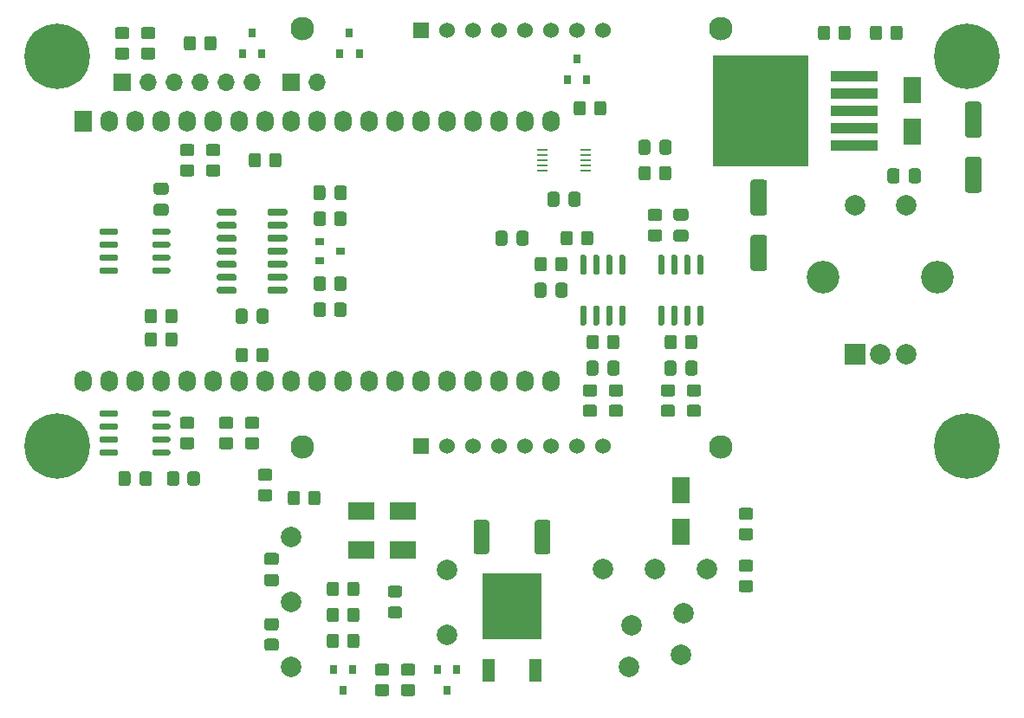
<source format=gbr>
G04 #@! TF.GenerationSoftware,KiCad,Pcbnew,(5.1.9)-1*
G04 #@! TF.CreationDate,2021-02-07T19:13:43+01:00*
G04 #@! TF.ProjectId,IoT12,496f5431-322e-46b6-9963-61645f706362,rev?*
G04 #@! TF.SameCoordinates,Original*
G04 #@! TF.FileFunction,Soldermask,Top*
G04 #@! TF.FilePolarity,Negative*
%FSLAX46Y46*%
G04 Gerber Fmt 4.6, Leading zero omitted, Abs format (unit mm)*
G04 Created by KiCad (PCBNEW (5.1.9)-1) date 2021-02-07 19:13:43*
%MOMM*%
%LPD*%
G01*
G04 APERTURE LIST*
%ADD10R,0.800000X0.900000*%
%ADD11R,1.100000X0.250000*%
%ADD12C,2.000000*%
%ADD13R,0.900000X0.800000*%
%ADD14R,2.500000X1.800000*%
%ADD15R,1.800000X2.500000*%
%ADD16C,0.800000*%
%ADD17C,6.400000*%
%ADD18R,2.000000X2.000000*%
%ADD19C,3.200000*%
%ADD20R,5.800000X6.400000*%
%ADD21R,1.200000X2.200000*%
%ADD22O,1.700000X1.700000*%
%ADD23R,1.700000X1.700000*%
%ADD24C,2.010000*%
%ADD25C,2.300000*%
%ADD26C,1.524000*%
%ADD27R,1.524000X1.524000*%
%ADD28R,9.400000X10.800000*%
%ADD29R,4.600000X1.100000*%
%ADD30O,1.700000X2.100000*%
%ADD31R,1.700000X2.100000*%
G04 APERTURE END LIST*
D10*
X-25400000Y23860000D03*
X-24450000Y21860000D03*
X-26350000Y21860000D03*
G36*
G01*
X-23945001Y-35325000D02*
X-23044999Y-35325000D01*
G75*
G02*
X-22795000Y-35574999I0J-249999D01*
G01*
X-22795000Y-36275001D01*
G75*
G02*
X-23044999Y-36525000I-249999J0D01*
G01*
X-23945001Y-36525000D01*
G75*
G02*
X-24195000Y-36275001I0J249999D01*
G01*
X-24195000Y-35574999D01*
G75*
G02*
X-23945001Y-35325000I249999J0D01*
G01*
G37*
G36*
G01*
X-23945001Y-33325000D02*
X-23044999Y-33325000D01*
G75*
G02*
X-22795000Y-33574999I0J-249999D01*
G01*
X-22795000Y-34275001D01*
G75*
G02*
X-23044999Y-34525000I-249999J0D01*
G01*
X-23945001Y-34525000D01*
G75*
G02*
X-24195000Y-34275001I0J249999D01*
G01*
X-24195000Y-33574999D01*
G75*
G02*
X-23945001Y-33325000I249999J0D01*
G01*
G37*
G36*
G01*
X-35130000Y4295000D02*
X-35130000Y4595000D01*
G75*
G02*
X-34980000Y4745000I150000J0D01*
G01*
X-33530000Y4745000D01*
G75*
G02*
X-33380000Y4595000I0J-150000D01*
G01*
X-33380000Y4295000D01*
G75*
G02*
X-33530000Y4145000I-150000J0D01*
G01*
X-34980000Y4145000D01*
G75*
G02*
X-35130000Y4295000I0J150000D01*
G01*
G37*
G36*
G01*
X-35130000Y3025000D02*
X-35130000Y3325000D01*
G75*
G02*
X-34980000Y3475000I150000J0D01*
G01*
X-33530000Y3475000D01*
G75*
G02*
X-33380000Y3325000I0J-150000D01*
G01*
X-33380000Y3025000D01*
G75*
G02*
X-33530000Y2875000I-150000J0D01*
G01*
X-34980000Y2875000D01*
G75*
G02*
X-35130000Y3025000I0J150000D01*
G01*
G37*
G36*
G01*
X-35130000Y1755000D02*
X-35130000Y2055000D01*
G75*
G02*
X-34980000Y2205000I150000J0D01*
G01*
X-33530000Y2205000D01*
G75*
G02*
X-33380000Y2055000I0J-150000D01*
G01*
X-33380000Y1755000D01*
G75*
G02*
X-33530000Y1605000I-150000J0D01*
G01*
X-34980000Y1605000D01*
G75*
G02*
X-35130000Y1755000I0J150000D01*
G01*
G37*
G36*
G01*
X-35130000Y485000D02*
X-35130000Y785000D01*
G75*
G02*
X-34980000Y935000I150000J0D01*
G01*
X-33530000Y935000D01*
G75*
G02*
X-33380000Y785000I0J-150000D01*
G01*
X-33380000Y485000D01*
G75*
G02*
X-33530000Y335000I-150000J0D01*
G01*
X-34980000Y335000D01*
G75*
G02*
X-35130000Y485000I0J150000D01*
G01*
G37*
G36*
G01*
X-40280000Y485000D02*
X-40280000Y785000D01*
G75*
G02*
X-40130000Y935000I150000J0D01*
G01*
X-38680000Y935000D01*
G75*
G02*
X-38530000Y785000I0J-150000D01*
G01*
X-38530000Y485000D01*
G75*
G02*
X-38680000Y335000I-150000J0D01*
G01*
X-40130000Y335000D01*
G75*
G02*
X-40280000Y485000I0J150000D01*
G01*
G37*
G36*
G01*
X-40280000Y1755000D02*
X-40280000Y2055000D01*
G75*
G02*
X-40130000Y2205000I150000J0D01*
G01*
X-38680000Y2205000D01*
G75*
G02*
X-38530000Y2055000I0J-150000D01*
G01*
X-38530000Y1755000D01*
G75*
G02*
X-38680000Y1605000I-150000J0D01*
G01*
X-40130000Y1605000D01*
G75*
G02*
X-40280000Y1755000I0J150000D01*
G01*
G37*
G36*
G01*
X-40280000Y3025000D02*
X-40280000Y3325000D01*
G75*
G02*
X-40130000Y3475000I150000J0D01*
G01*
X-38680000Y3475000D01*
G75*
G02*
X-38530000Y3325000I0J-150000D01*
G01*
X-38530000Y3025000D01*
G75*
G02*
X-38680000Y2875000I-150000J0D01*
G01*
X-40130000Y2875000D01*
G75*
G02*
X-40280000Y3025000I0J150000D01*
G01*
G37*
G36*
G01*
X-40280000Y4295000D02*
X-40280000Y4595000D01*
G75*
G02*
X-40130000Y4745000I150000J0D01*
G01*
X-38680000Y4745000D01*
G75*
G02*
X-38530000Y4595000I0J-150000D01*
G01*
X-38530000Y4295000D01*
G75*
G02*
X-38680000Y4145000I-150000J0D01*
G01*
X-40130000Y4145000D01*
G75*
G02*
X-40280000Y4295000I0J150000D01*
G01*
G37*
G36*
G01*
X-33815000Y8070000D02*
X-34765000Y8070000D01*
G75*
G02*
X-35015000Y8320000I0J250000D01*
G01*
X-35015000Y8995000D01*
G75*
G02*
X-34765000Y9245000I250000J0D01*
G01*
X-33815000Y9245000D01*
G75*
G02*
X-33565000Y8995000I0J-250000D01*
G01*
X-33565000Y8320000D01*
G75*
G02*
X-33815000Y8070000I-250000J0D01*
G01*
G37*
G36*
G01*
X-33815000Y5995000D02*
X-34765000Y5995000D01*
G75*
G02*
X-35015000Y6245000I0J250000D01*
G01*
X-35015000Y6920000D01*
G75*
G02*
X-34765000Y7170000I250000J0D01*
G01*
X-33815000Y7170000D01*
G75*
G02*
X-33565000Y6920000I0J-250000D01*
G01*
X-33565000Y6245000D01*
G75*
G02*
X-33815000Y5995000I-250000J0D01*
G01*
G37*
D11*
X2930000Y10430000D03*
X2930000Y10930000D03*
X2930000Y11430000D03*
X2930000Y11930000D03*
X2930000Y12430000D03*
X7230000Y12430000D03*
X7230000Y11930000D03*
X7230000Y11430000D03*
X7230000Y10930000D03*
X7230000Y10430000D03*
G36*
G01*
X-32200001Y11030000D02*
X-31299999Y11030000D01*
G75*
G02*
X-31050000Y10780001I0J-249999D01*
G01*
X-31050000Y10079999D01*
G75*
G02*
X-31299999Y9830000I-249999J0D01*
G01*
X-32200001Y9830000D01*
G75*
G02*
X-32450000Y10079999I0J249999D01*
G01*
X-32450000Y10780001D01*
G75*
G02*
X-32200001Y11030000I249999J0D01*
G01*
G37*
G36*
G01*
X-32200001Y13030000D02*
X-31299999Y13030000D01*
G75*
G02*
X-31050000Y12780001I0J-249999D01*
G01*
X-31050000Y12079999D01*
G75*
G02*
X-31299999Y11830000I-249999J0D01*
G01*
X-32200001Y11830000D01*
G75*
G02*
X-32450000Y12079999I0J249999D01*
G01*
X-32450000Y12780001D01*
G75*
G02*
X-32200001Y13030000I249999J0D01*
G01*
G37*
G36*
G01*
X-35109999Y23260000D02*
X-36010001Y23260000D01*
G75*
G02*
X-36260000Y23509999I0J249999D01*
G01*
X-36260000Y24210001D01*
G75*
G02*
X-36010001Y24460000I249999J0D01*
G01*
X-35109999Y24460000D01*
G75*
G02*
X-34860000Y24210001I0J-249999D01*
G01*
X-34860000Y23509999D01*
G75*
G02*
X-35109999Y23260000I-249999J0D01*
G01*
G37*
G36*
G01*
X-35109999Y21260000D02*
X-36010001Y21260000D01*
G75*
G02*
X-36260000Y21509999I0J249999D01*
G01*
X-36260000Y22210001D01*
G75*
G02*
X-36010001Y22460000I249999J0D01*
G01*
X-35109999Y22460000D01*
G75*
G02*
X-34860000Y22210001I0J-249999D01*
G01*
X-34860000Y21509999D01*
G75*
G02*
X-35109999Y21260000I-249999J0D01*
G01*
G37*
G36*
G01*
X-37649999Y23260000D02*
X-38550001Y23260000D01*
G75*
G02*
X-38800000Y23509999I0J249999D01*
G01*
X-38800000Y24210001D01*
G75*
G02*
X-38550001Y24460000I249999J0D01*
G01*
X-37649999Y24460000D01*
G75*
G02*
X-37400000Y24210001I0J-249999D01*
G01*
X-37400000Y23509999D01*
G75*
G02*
X-37649999Y23260000I-249999J0D01*
G01*
G37*
G36*
G01*
X-37649999Y21260000D02*
X-38550001Y21260000D01*
G75*
G02*
X-38800000Y21509999I0J249999D01*
G01*
X-38800000Y22210001D01*
G75*
G02*
X-38550001Y22460000I249999J0D01*
G01*
X-37649999Y22460000D01*
G75*
G02*
X-37400000Y22210001I0J-249999D01*
G01*
X-37400000Y21509999D01*
G75*
G02*
X-37649999Y21260000I-249999J0D01*
G01*
G37*
G36*
G01*
X5530000Y7145000D02*
X5530000Y8095000D01*
G75*
G02*
X5780000Y8345000I250000J0D01*
G01*
X6455000Y8345000D01*
G75*
G02*
X6705000Y8095000I0J-250000D01*
G01*
X6705000Y7145000D01*
G75*
G02*
X6455000Y6895000I-250000J0D01*
G01*
X5780000Y6895000D01*
G75*
G02*
X5530000Y7145000I0J250000D01*
G01*
G37*
G36*
G01*
X3455000Y7145000D02*
X3455000Y8095000D01*
G75*
G02*
X3705000Y8345000I250000J0D01*
G01*
X4380000Y8345000D01*
G75*
G02*
X4630000Y8095000I0J-250000D01*
G01*
X4630000Y7145000D01*
G75*
G02*
X4380000Y6895000I-250000J0D01*
G01*
X3705000Y6895000D01*
G75*
G02*
X3455000Y7145000I0J250000D01*
G01*
G37*
G36*
G01*
X-38530000Y-16995000D02*
X-38530000Y-17295000D01*
G75*
G02*
X-38680000Y-17445000I-150000J0D01*
G01*
X-40130000Y-17445000D01*
G75*
G02*
X-40280000Y-17295000I0J150000D01*
G01*
X-40280000Y-16995000D01*
G75*
G02*
X-40130000Y-16845000I150000J0D01*
G01*
X-38680000Y-16845000D01*
G75*
G02*
X-38530000Y-16995000I0J-150000D01*
G01*
G37*
G36*
G01*
X-38530000Y-15725000D02*
X-38530000Y-16025000D01*
G75*
G02*
X-38680000Y-16175000I-150000J0D01*
G01*
X-40130000Y-16175000D01*
G75*
G02*
X-40280000Y-16025000I0J150000D01*
G01*
X-40280000Y-15725000D01*
G75*
G02*
X-40130000Y-15575000I150000J0D01*
G01*
X-38680000Y-15575000D01*
G75*
G02*
X-38530000Y-15725000I0J-150000D01*
G01*
G37*
G36*
G01*
X-38530000Y-14455000D02*
X-38530000Y-14755000D01*
G75*
G02*
X-38680000Y-14905000I-150000J0D01*
G01*
X-40130000Y-14905000D01*
G75*
G02*
X-40280000Y-14755000I0J150000D01*
G01*
X-40280000Y-14455000D01*
G75*
G02*
X-40130000Y-14305000I150000J0D01*
G01*
X-38680000Y-14305000D01*
G75*
G02*
X-38530000Y-14455000I0J-150000D01*
G01*
G37*
G36*
G01*
X-38530000Y-13185000D02*
X-38530000Y-13485000D01*
G75*
G02*
X-38680000Y-13635000I-150000J0D01*
G01*
X-40130000Y-13635000D01*
G75*
G02*
X-40280000Y-13485000I0J150000D01*
G01*
X-40280000Y-13185000D01*
G75*
G02*
X-40130000Y-13035000I150000J0D01*
G01*
X-38680000Y-13035000D01*
G75*
G02*
X-38530000Y-13185000I0J-150000D01*
G01*
G37*
G36*
G01*
X-33380000Y-13185000D02*
X-33380000Y-13485000D01*
G75*
G02*
X-33530000Y-13635000I-150000J0D01*
G01*
X-34980000Y-13635000D01*
G75*
G02*
X-35130000Y-13485000I0J150000D01*
G01*
X-35130000Y-13185000D01*
G75*
G02*
X-34980000Y-13035000I150000J0D01*
G01*
X-33530000Y-13035000D01*
G75*
G02*
X-33380000Y-13185000I0J-150000D01*
G01*
G37*
G36*
G01*
X-33380000Y-14455000D02*
X-33380000Y-14755000D01*
G75*
G02*
X-33530000Y-14905000I-150000J0D01*
G01*
X-34980000Y-14905000D01*
G75*
G02*
X-35130000Y-14755000I0J150000D01*
G01*
X-35130000Y-14455000D01*
G75*
G02*
X-34980000Y-14305000I150000J0D01*
G01*
X-33530000Y-14305000D01*
G75*
G02*
X-33380000Y-14455000I0J-150000D01*
G01*
G37*
G36*
G01*
X-33380000Y-15725000D02*
X-33380000Y-16025000D01*
G75*
G02*
X-33530000Y-16175000I-150000J0D01*
G01*
X-34980000Y-16175000D01*
G75*
G02*
X-35130000Y-16025000I0J150000D01*
G01*
X-35130000Y-15725000D01*
G75*
G02*
X-34980000Y-15575000I150000J0D01*
G01*
X-33530000Y-15575000D01*
G75*
G02*
X-33380000Y-15725000I0J-150000D01*
G01*
G37*
G36*
G01*
X-33380000Y-16995000D02*
X-33380000Y-17295000D01*
G75*
G02*
X-33530000Y-17445000I-150000J0D01*
G01*
X-34980000Y-17445000D01*
G75*
G02*
X-35130000Y-17295000I0J150000D01*
G01*
X-35130000Y-16995000D01*
G75*
G02*
X-34980000Y-16845000I150000J0D01*
G01*
X-33530000Y-16845000D01*
G75*
G02*
X-33380000Y-16995000I0J-150000D01*
G01*
G37*
G36*
G01*
X14755000Y230000D02*
X14455000Y230000D01*
G75*
G02*
X14305000Y380000I0J150000D01*
G01*
X14305000Y2030000D01*
G75*
G02*
X14455000Y2180000I150000J0D01*
G01*
X14755000Y2180000D01*
G75*
G02*
X14905000Y2030000I0J-150000D01*
G01*
X14905000Y380000D01*
G75*
G02*
X14755000Y230000I-150000J0D01*
G01*
G37*
G36*
G01*
X16025000Y230000D02*
X15725000Y230000D01*
G75*
G02*
X15575000Y380000I0J150000D01*
G01*
X15575000Y2030000D01*
G75*
G02*
X15725000Y2180000I150000J0D01*
G01*
X16025000Y2180000D01*
G75*
G02*
X16175000Y2030000I0J-150000D01*
G01*
X16175000Y380000D01*
G75*
G02*
X16025000Y230000I-150000J0D01*
G01*
G37*
G36*
G01*
X17295000Y230000D02*
X16995000Y230000D01*
G75*
G02*
X16845000Y380000I0J150000D01*
G01*
X16845000Y2030000D01*
G75*
G02*
X16995000Y2180000I150000J0D01*
G01*
X17295000Y2180000D01*
G75*
G02*
X17445000Y2030000I0J-150000D01*
G01*
X17445000Y380000D01*
G75*
G02*
X17295000Y230000I-150000J0D01*
G01*
G37*
G36*
G01*
X18565000Y230000D02*
X18265000Y230000D01*
G75*
G02*
X18115000Y380000I0J150000D01*
G01*
X18115000Y2030000D01*
G75*
G02*
X18265000Y2180000I150000J0D01*
G01*
X18565000Y2180000D01*
G75*
G02*
X18715000Y2030000I0J-150000D01*
G01*
X18715000Y380000D01*
G75*
G02*
X18565000Y230000I-150000J0D01*
G01*
G37*
G36*
G01*
X18565000Y-4720000D02*
X18265000Y-4720000D01*
G75*
G02*
X18115000Y-4570000I0J150000D01*
G01*
X18115000Y-2920000D01*
G75*
G02*
X18265000Y-2770000I150000J0D01*
G01*
X18565000Y-2770000D01*
G75*
G02*
X18715000Y-2920000I0J-150000D01*
G01*
X18715000Y-4570000D01*
G75*
G02*
X18565000Y-4720000I-150000J0D01*
G01*
G37*
G36*
G01*
X17295000Y-4720000D02*
X16995000Y-4720000D01*
G75*
G02*
X16845000Y-4570000I0J150000D01*
G01*
X16845000Y-2920000D01*
G75*
G02*
X16995000Y-2770000I150000J0D01*
G01*
X17295000Y-2770000D01*
G75*
G02*
X17445000Y-2920000I0J-150000D01*
G01*
X17445000Y-4570000D01*
G75*
G02*
X17295000Y-4720000I-150000J0D01*
G01*
G37*
G36*
G01*
X16025000Y-4720000D02*
X15725000Y-4720000D01*
G75*
G02*
X15575000Y-4570000I0J150000D01*
G01*
X15575000Y-2920000D01*
G75*
G02*
X15725000Y-2770000I150000J0D01*
G01*
X16025000Y-2770000D01*
G75*
G02*
X16175000Y-2920000I0J-150000D01*
G01*
X16175000Y-4570000D01*
G75*
G02*
X16025000Y-4720000I-150000J0D01*
G01*
G37*
G36*
G01*
X14755000Y-4720000D02*
X14455000Y-4720000D01*
G75*
G02*
X14305000Y-4570000I0J150000D01*
G01*
X14305000Y-2920000D01*
G75*
G02*
X14455000Y-2770000I150000J0D01*
G01*
X14755000Y-2770000D01*
G75*
G02*
X14905000Y-2920000I0J-150000D01*
G01*
X14905000Y-4570000D01*
G75*
G02*
X14755000Y-4720000I-150000J0D01*
G01*
G37*
G36*
G01*
X7135000Y230000D02*
X6835000Y230000D01*
G75*
G02*
X6685000Y380000I0J150000D01*
G01*
X6685000Y2030000D01*
G75*
G02*
X6835000Y2180000I150000J0D01*
G01*
X7135000Y2180000D01*
G75*
G02*
X7285000Y2030000I0J-150000D01*
G01*
X7285000Y380000D01*
G75*
G02*
X7135000Y230000I-150000J0D01*
G01*
G37*
G36*
G01*
X8405000Y230000D02*
X8105000Y230000D01*
G75*
G02*
X7955000Y380000I0J150000D01*
G01*
X7955000Y2030000D01*
G75*
G02*
X8105000Y2180000I150000J0D01*
G01*
X8405000Y2180000D01*
G75*
G02*
X8555000Y2030000I0J-150000D01*
G01*
X8555000Y380000D01*
G75*
G02*
X8405000Y230000I-150000J0D01*
G01*
G37*
G36*
G01*
X9675000Y230000D02*
X9375000Y230000D01*
G75*
G02*
X9225000Y380000I0J150000D01*
G01*
X9225000Y2030000D01*
G75*
G02*
X9375000Y2180000I150000J0D01*
G01*
X9675000Y2180000D01*
G75*
G02*
X9825000Y2030000I0J-150000D01*
G01*
X9825000Y380000D01*
G75*
G02*
X9675000Y230000I-150000J0D01*
G01*
G37*
G36*
G01*
X10945000Y230000D02*
X10645000Y230000D01*
G75*
G02*
X10495000Y380000I0J150000D01*
G01*
X10495000Y2030000D01*
G75*
G02*
X10645000Y2180000I150000J0D01*
G01*
X10945000Y2180000D01*
G75*
G02*
X11095000Y2030000I0J-150000D01*
G01*
X11095000Y380000D01*
G75*
G02*
X10945000Y230000I-150000J0D01*
G01*
G37*
G36*
G01*
X10945000Y-4720000D02*
X10645000Y-4720000D01*
G75*
G02*
X10495000Y-4570000I0J150000D01*
G01*
X10495000Y-2920000D01*
G75*
G02*
X10645000Y-2770000I150000J0D01*
G01*
X10945000Y-2770000D01*
G75*
G02*
X11095000Y-2920000I0J-150000D01*
G01*
X11095000Y-4570000D01*
G75*
G02*
X10945000Y-4720000I-150000J0D01*
G01*
G37*
G36*
G01*
X9675000Y-4720000D02*
X9375000Y-4720000D01*
G75*
G02*
X9225000Y-4570000I0J150000D01*
G01*
X9225000Y-2920000D01*
G75*
G02*
X9375000Y-2770000I150000J0D01*
G01*
X9675000Y-2770000D01*
G75*
G02*
X9825000Y-2920000I0J-150000D01*
G01*
X9825000Y-4570000D01*
G75*
G02*
X9675000Y-4720000I-150000J0D01*
G01*
G37*
G36*
G01*
X8405000Y-4720000D02*
X8105000Y-4720000D01*
G75*
G02*
X7955000Y-4570000I0J150000D01*
G01*
X7955000Y-2920000D01*
G75*
G02*
X8105000Y-2770000I150000J0D01*
G01*
X8405000Y-2770000D01*
G75*
G02*
X8555000Y-2920000I0J-150000D01*
G01*
X8555000Y-4570000D01*
G75*
G02*
X8405000Y-4720000I-150000J0D01*
G01*
G37*
G36*
G01*
X7135000Y-4720000D02*
X6835000Y-4720000D01*
G75*
G02*
X6685000Y-4570000I0J150000D01*
G01*
X6685000Y-2920000D01*
G75*
G02*
X6835000Y-2770000I150000J0D01*
G01*
X7135000Y-2770000D01*
G75*
G02*
X7285000Y-2920000I0J-150000D01*
G01*
X7285000Y-4570000D01*
G75*
G02*
X7135000Y-4720000I-150000J0D01*
G01*
G37*
G36*
G01*
X14789999Y-12465000D02*
X15690001Y-12465000D01*
G75*
G02*
X15940000Y-12714999I0J-249999D01*
G01*
X15940000Y-13415001D01*
G75*
G02*
X15690001Y-13665000I-249999J0D01*
G01*
X14789999Y-13665000D01*
G75*
G02*
X14540000Y-13415001I0J249999D01*
G01*
X14540000Y-12714999D01*
G75*
G02*
X14789999Y-12465000I249999J0D01*
G01*
G37*
G36*
G01*
X14789999Y-10465000D02*
X15690001Y-10465000D01*
G75*
G02*
X15940000Y-10714999I0J-249999D01*
G01*
X15940000Y-11415001D01*
G75*
G02*
X15690001Y-11665000I-249999J0D01*
G01*
X14789999Y-11665000D01*
G75*
G02*
X14540000Y-11415001I0J249999D01*
G01*
X14540000Y-10714999D01*
G75*
G02*
X14789999Y-10465000I249999J0D01*
G01*
G37*
G36*
G01*
X14370000Y9709999D02*
X14370000Y10610001D01*
G75*
G02*
X14619999Y10860000I249999J0D01*
G01*
X15320001Y10860000D01*
G75*
G02*
X15570000Y10610001I0J-249999D01*
G01*
X15570000Y9709999D01*
G75*
G02*
X15320001Y9460000I-249999J0D01*
G01*
X14619999Y9460000D01*
G75*
G02*
X14370000Y9709999I0J249999D01*
G01*
G37*
G36*
G01*
X12370000Y9709999D02*
X12370000Y10610001D01*
G75*
G02*
X12619999Y10860000I249999J0D01*
G01*
X13320001Y10860000D01*
G75*
G02*
X13570000Y10610001I0J-249999D01*
G01*
X13570000Y9709999D01*
G75*
G02*
X13320001Y9460000I-249999J0D01*
G01*
X12619999Y9460000D01*
G75*
G02*
X12370000Y9709999I0J249999D01*
G01*
G37*
G36*
G01*
X16110000Y-5899999D02*
X16110000Y-6800001D01*
G75*
G02*
X15860001Y-7050000I-249999J0D01*
G01*
X15159999Y-7050000D01*
G75*
G02*
X14910000Y-6800001I0J249999D01*
G01*
X14910000Y-5899999D01*
G75*
G02*
X15159999Y-5650000I249999J0D01*
G01*
X15860001Y-5650000D01*
G75*
G02*
X16110000Y-5899999I0J-249999D01*
G01*
G37*
G36*
G01*
X18110000Y-5899999D02*
X18110000Y-6800001D01*
G75*
G02*
X17860001Y-7050000I-249999J0D01*
G01*
X17159999Y-7050000D01*
G75*
G02*
X16910000Y-6800001I0J249999D01*
G01*
X16910000Y-5899999D01*
G75*
G02*
X17159999Y-5650000I249999J0D01*
G01*
X17860001Y-5650000D01*
G75*
G02*
X18110000Y-5899999I0J-249999D01*
G01*
G37*
G36*
G01*
X14420001Y5480000D02*
X13519999Y5480000D01*
G75*
G02*
X13270000Y5729999I0J249999D01*
G01*
X13270000Y6430001D01*
G75*
G02*
X13519999Y6680000I249999J0D01*
G01*
X14420001Y6680000D01*
G75*
G02*
X14670000Y6430001I0J-249999D01*
G01*
X14670000Y5729999D01*
G75*
G02*
X14420001Y5480000I-249999J0D01*
G01*
G37*
G36*
G01*
X14420001Y3480000D02*
X13519999Y3480000D01*
G75*
G02*
X13270000Y3729999I0J249999D01*
G01*
X13270000Y4430001D01*
G75*
G02*
X13519999Y4680000I249999J0D01*
G01*
X14420001Y4680000D01*
G75*
G02*
X14670000Y4430001I0J-249999D01*
G01*
X14670000Y3729999D01*
G75*
G02*
X14420001Y3480000I-249999J0D01*
G01*
G37*
G36*
G01*
X7169999Y-12465000D02*
X8070001Y-12465000D01*
G75*
G02*
X8320000Y-12714999I0J-249999D01*
G01*
X8320000Y-13415001D01*
G75*
G02*
X8070001Y-13665000I-249999J0D01*
G01*
X7169999Y-13665000D01*
G75*
G02*
X6920000Y-13415001I0J249999D01*
G01*
X6920000Y-12714999D01*
G75*
G02*
X7169999Y-12465000I249999J0D01*
G01*
G37*
G36*
G01*
X7169999Y-10465000D02*
X8070001Y-10465000D01*
G75*
G02*
X8320000Y-10714999I0J-249999D01*
G01*
X8320000Y-11415001D01*
G75*
G02*
X8070001Y-11665000I-249999J0D01*
G01*
X7169999Y-11665000D01*
G75*
G02*
X6920000Y-11415001I0J249999D01*
G01*
X6920000Y-10714999D01*
G75*
G02*
X7169999Y-10465000I249999J0D01*
G01*
G37*
G36*
G01*
X6750000Y3359999D02*
X6750000Y4260001D01*
G75*
G02*
X6999999Y4510000I249999J0D01*
G01*
X7700001Y4510000D01*
G75*
G02*
X7950000Y4260001I0J-249999D01*
G01*
X7950000Y3359999D01*
G75*
G02*
X7700001Y3110000I-249999J0D01*
G01*
X6999999Y3110000D01*
G75*
G02*
X6750000Y3359999I0J249999D01*
G01*
G37*
G36*
G01*
X4750000Y3359999D02*
X4750000Y4260001D01*
G75*
G02*
X4999999Y4510000I249999J0D01*
G01*
X5700001Y4510000D01*
G75*
G02*
X5950000Y4260001I0J-249999D01*
G01*
X5950000Y3359999D01*
G75*
G02*
X5700001Y3110000I-249999J0D01*
G01*
X4999999Y3110000D01*
G75*
G02*
X4750000Y3359999I0J249999D01*
G01*
G37*
G36*
G01*
X8490000Y-5899999D02*
X8490000Y-6800001D01*
G75*
G02*
X8240001Y-7050000I-249999J0D01*
G01*
X7539999Y-7050000D01*
G75*
G02*
X7290000Y-6800001I0J249999D01*
G01*
X7290000Y-5899999D01*
G75*
G02*
X7539999Y-5650000I249999J0D01*
G01*
X8240001Y-5650000D01*
G75*
G02*
X8490000Y-5899999I0J-249999D01*
G01*
G37*
G36*
G01*
X10490000Y-5899999D02*
X10490000Y-6800001D01*
G75*
G02*
X10240001Y-7050000I-249999J0D01*
G01*
X9539999Y-7050000D01*
G75*
G02*
X9290000Y-6800001I0J249999D01*
G01*
X9290000Y-5899999D01*
G75*
G02*
X9539999Y-5650000I249999J0D01*
G01*
X10240001Y-5650000D01*
G75*
G02*
X10490000Y-5899999I0J-249999D01*
G01*
G37*
G36*
G01*
X9709999Y-12465000D02*
X10610001Y-12465000D01*
G75*
G02*
X10860000Y-12714999I0J-249999D01*
G01*
X10860000Y-13415001D01*
G75*
G02*
X10610001Y-13665000I-249999J0D01*
G01*
X9709999Y-13665000D01*
G75*
G02*
X9460000Y-13415001I0J249999D01*
G01*
X9460000Y-12714999D01*
G75*
G02*
X9709999Y-12465000I249999J0D01*
G01*
G37*
G36*
G01*
X9709999Y-10465000D02*
X10610001Y-10465000D01*
G75*
G02*
X10860000Y-10714999I0J-249999D01*
G01*
X10860000Y-11415001D01*
G75*
G02*
X10610001Y-11665000I-249999J0D01*
G01*
X9709999Y-11665000D01*
G75*
G02*
X9460000Y-11415001I0J249999D01*
G01*
X9460000Y-10714999D01*
G75*
G02*
X9709999Y-10465000I249999J0D01*
G01*
G37*
G36*
G01*
X3410000Y1720001D02*
X3410000Y819999D01*
G75*
G02*
X3160001Y570000I-249999J0D01*
G01*
X2459999Y570000D01*
G75*
G02*
X2210000Y819999I0J249999D01*
G01*
X2210000Y1720001D01*
G75*
G02*
X2459999Y1970000I249999J0D01*
G01*
X3160001Y1970000D01*
G75*
G02*
X3410000Y1720001I0J-249999D01*
G01*
G37*
G36*
G01*
X5410000Y1720001D02*
X5410000Y819999D01*
G75*
G02*
X5160001Y570000I-249999J0D01*
G01*
X4459999Y570000D01*
G75*
G02*
X4210000Y819999I0J249999D01*
G01*
X4210000Y1720001D01*
G75*
G02*
X4459999Y1970000I249999J0D01*
G01*
X5160001Y1970000D01*
G75*
G02*
X5410000Y1720001I0J-249999D01*
G01*
G37*
G36*
G01*
X14420000Y12225000D02*
X14420000Y13175000D01*
G75*
G02*
X14670000Y13425000I250000J0D01*
G01*
X15345000Y13425000D01*
G75*
G02*
X15595000Y13175000I0J-250000D01*
G01*
X15595000Y12225000D01*
G75*
G02*
X15345000Y11975000I-250000J0D01*
G01*
X14670000Y11975000D01*
G75*
G02*
X14420000Y12225000I0J250000D01*
G01*
G37*
G36*
G01*
X12345000Y12225000D02*
X12345000Y13175000D01*
G75*
G02*
X12595000Y13425000I250000J0D01*
G01*
X13270000Y13425000D01*
G75*
G02*
X13520000Y13175000I0J-250000D01*
G01*
X13520000Y12225000D01*
G75*
G02*
X13270000Y11975000I-250000J0D01*
G01*
X12595000Y11975000D01*
G75*
G02*
X12345000Y12225000I0J250000D01*
G01*
G37*
G36*
G01*
X16060000Y-8415000D02*
X16060000Y-9365000D01*
G75*
G02*
X15810000Y-9615000I-250000J0D01*
G01*
X15135000Y-9615000D01*
G75*
G02*
X14885000Y-9365000I0J250000D01*
G01*
X14885000Y-8415000D01*
G75*
G02*
X15135000Y-8165000I250000J0D01*
G01*
X15810000Y-8165000D01*
G75*
G02*
X16060000Y-8415000I0J-250000D01*
G01*
G37*
G36*
G01*
X18135000Y-8415000D02*
X18135000Y-9365000D01*
G75*
G02*
X17885000Y-9615000I-250000J0D01*
G01*
X17210000Y-9615000D01*
G75*
G02*
X16960000Y-9365000I0J250000D01*
G01*
X16960000Y-8415000D01*
G75*
G02*
X17210000Y-8165000I250000J0D01*
G01*
X17885000Y-8165000D01*
G75*
G02*
X18135000Y-8415000I0J-250000D01*
G01*
G37*
G36*
G01*
X16985000Y5530000D02*
X16035000Y5530000D01*
G75*
G02*
X15785000Y5780000I0J250000D01*
G01*
X15785000Y6455000D01*
G75*
G02*
X16035000Y6705000I250000J0D01*
G01*
X16985000Y6705000D01*
G75*
G02*
X17235000Y6455000I0J-250000D01*
G01*
X17235000Y5780000D01*
G75*
G02*
X16985000Y5530000I-250000J0D01*
G01*
G37*
G36*
G01*
X16985000Y3455000D02*
X16035000Y3455000D01*
G75*
G02*
X15785000Y3705000I0J250000D01*
G01*
X15785000Y4380000D01*
G75*
G02*
X16035000Y4630000I250000J0D01*
G01*
X16985000Y4630000D01*
G75*
G02*
X17235000Y4380000I0J-250000D01*
G01*
X17235000Y3705000D01*
G75*
G02*
X16985000Y3455000I-250000J0D01*
G01*
G37*
G36*
G01*
X-450000Y4285000D02*
X-450000Y3335000D01*
G75*
G02*
X-700000Y3085000I-250000J0D01*
G01*
X-1375000Y3085000D01*
G75*
G02*
X-1625000Y3335000I0J250000D01*
G01*
X-1625000Y4285000D01*
G75*
G02*
X-1375000Y4535000I250000J0D01*
G01*
X-700000Y4535000D01*
G75*
G02*
X-450000Y4285000I0J-250000D01*
G01*
G37*
G36*
G01*
X1625000Y4285000D02*
X1625000Y3335000D01*
G75*
G02*
X1375000Y3085000I-250000J0D01*
G01*
X700000Y3085000D01*
G75*
G02*
X450000Y3335000I0J250000D01*
G01*
X450000Y4285000D01*
G75*
G02*
X700000Y4535000I250000J0D01*
G01*
X1375000Y4535000D01*
G75*
G02*
X1625000Y4285000I0J-250000D01*
G01*
G37*
G36*
G01*
X8440000Y-8415000D02*
X8440000Y-9365000D01*
G75*
G02*
X8190000Y-9615000I-250000J0D01*
G01*
X7515000Y-9615000D01*
G75*
G02*
X7265000Y-9365000I0J250000D01*
G01*
X7265000Y-8415000D01*
G75*
G02*
X7515000Y-8165000I250000J0D01*
G01*
X8190000Y-8165000D01*
G75*
G02*
X8440000Y-8415000I0J-250000D01*
G01*
G37*
G36*
G01*
X10515000Y-8415000D02*
X10515000Y-9365000D01*
G75*
G02*
X10265000Y-9615000I-250000J0D01*
G01*
X9590000Y-9615000D01*
G75*
G02*
X9340000Y-9365000I0J250000D01*
G01*
X9340000Y-8415000D01*
G75*
G02*
X9590000Y-8165000I250000J0D01*
G01*
X10265000Y-8165000D01*
G75*
G02*
X10515000Y-8415000I0J-250000D01*
G01*
G37*
G36*
G01*
X3360000Y-795000D02*
X3360000Y-1745000D01*
G75*
G02*
X3110000Y-1995000I-250000J0D01*
G01*
X2435000Y-1995000D01*
G75*
G02*
X2185000Y-1745000I0J250000D01*
G01*
X2185000Y-795000D01*
G75*
G02*
X2435000Y-545000I250000J0D01*
G01*
X3110000Y-545000D01*
G75*
G02*
X3360000Y-795000I0J-250000D01*
G01*
G37*
G36*
G01*
X5435000Y-795000D02*
X5435000Y-1745000D01*
G75*
G02*
X5185000Y-1995000I-250000J0D01*
G01*
X4510000Y-1995000D01*
G75*
G02*
X4260000Y-1745000I0J250000D01*
G01*
X4260000Y-795000D01*
G75*
G02*
X4510000Y-545000I250000J0D01*
G01*
X5185000Y-545000D01*
G75*
G02*
X5435000Y-795000I0J-250000D01*
G01*
G37*
G36*
G01*
X-29660001Y11030000D02*
X-28759999Y11030000D01*
G75*
G02*
X-28510000Y10780001I0J-249999D01*
G01*
X-28510000Y10079999D01*
G75*
G02*
X-28759999Y9830000I-249999J0D01*
G01*
X-29660001Y9830000D01*
G75*
G02*
X-29910000Y10079999I0J249999D01*
G01*
X-29910000Y10780001D01*
G75*
G02*
X-29660001Y11030000I249999J0D01*
G01*
G37*
G36*
G01*
X-29660001Y13030000D02*
X-28759999Y13030000D01*
G75*
G02*
X-28510000Y12780001I0J-249999D01*
G01*
X-28510000Y12079999D01*
G75*
G02*
X-28759999Y11830000I-249999J0D01*
G01*
X-29660001Y11830000D01*
G75*
G02*
X-29910000Y12079999I0J249999D01*
G01*
X-29910000Y12780001D01*
G75*
G02*
X-29660001Y13030000I249999J0D01*
G01*
G37*
G36*
G01*
X-34690000Y-5645999D02*
X-34690000Y-6546001D01*
G75*
G02*
X-34939999Y-6796000I-249999J0D01*
G01*
X-35640001Y-6796000D01*
G75*
G02*
X-35890000Y-6546001I0J249999D01*
G01*
X-35890000Y-5645999D01*
G75*
G02*
X-35640001Y-5396000I249999J0D01*
G01*
X-34939999Y-5396000D01*
G75*
G02*
X-34690000Y-5645999I0J-249999D01*
G01*
G37*
G36*
G01*
X-32690000Y-5645999D02*
X-32690000Y-6546001D01*
G75*
G02*
X-32939999Y-6796000I-249999J0D01*
G01*
X-33640001Y-6796000D01*
G75*
G02*
X-33890000Y-6546001I0J249999D01*
G01*
X-33890000Y-5645999D01*
G75*
G02*
X-33640001Y-5396000I249999J0D01*
G01*
X-32939999Y-5396000D01*
G75*
G02*
X-32690000Y-5645999I0J-249999D01*
G01*
G37*
G36*
G01*
X-25000000Y-8070001D02*
X-25000000Y-7169999D01*
G75*
G02*
X-24750001Y-6920000I249999J0D01*
G01*
X-24049999Y-6920000D01*
G75*
G02*
X-23800000Y-7169999I0J-249999D01*
G01*
X-23800000Y-8070001D01*
G75*
G02*
X-24049999Y-8320000I-249999J0D01*
G01*
X-24750001Y-8320000D01*
G75*
G02*
X-25000000Y-8070001I0J249999D01*
G01*
G37*
G36*
G01*
X-27000000Y-8070001D02*
X-27000000Y-7169999D01*
G75*
G02*
X-26750001Y-6920000I249999J0D01*
G01*
X-26049999Y-6920000D01*
G75*
G02*
X-25800000Y-7169999I0J-249999D01*
G01*
X-25800000Y-8070001D01*
G75*
G02*
X-26049999Y-8320000I-249999J0D01*
G01*
X-26750001Y-8320000D01*
G75*
G02*
X-27000000Y-8070001I0J249999D01*
G01*
G37*
G36*
G01*
X-31715000Y-20135001D02*
X-31715000Y-19234999D01*
G75*
G02*
X-31465001Y-18985000I249999J0D01*
G01*
X-30764999Y-18985000D01*
G75*
G02*
X-30515000Y-19234999I0J-249999D01*
G01*
X-30515000Y-20135001D01*
G75*
G02*
X-30764999Y-20385000I-249999J0D01*
G01*
X-31465001Y-20385000D01*
G75*
G02*
X-31715000Y-20135001I0J249999D01*
G01*
G37*
G36*
G01*
X-33715000Y-20135001D02*
X-33715000Y-19234999D01*
G75*
G02*
X-33465001Y-18985000I249999J0D01*
G01*
X-32764999Y-18985000D01*
G75*
G02*
X-32515000Y-19234999I0J-249999D01*
G01*
X-32515000Y-20135001D01*
G75*
G02*
X-32764999Y-20385000I-249999J0D01*
G01*
X-33465001Y-20385000D01*
G75*
G02*
X-33715000Y-20135001I0J249999D01*
G01*
G37*
G36*
G01*
X-33890000Y-4260001D02*
X-33890000Y-3359999D01*
G75*
G02*
X-33640001Y-3110000I249999J0D01*
G01*
X-32939999Y-3110000D01*
G75*
G02*
X-32690000Y-3359999I0J-249999D01*
G01*
X-32690000Y-4260001D01*
G75*
G02*
X-32939999Y-4510000I-249999J0D01*
G01*
X-33640001Y-4510000D01*
G75*
G02*
X-33890000Y-4260001I0J249999D01*
G01*
G37*
G36*
G01*
X-35890000Y-4260001D02*
X-35890000Y-3359999D01*
G75*
G02*
X-35640001Y-3110000I249999J0D01*
G01*
X-34939999Y-3110000D01*
G75*
G02*
X-34690000Y-3359999I0J-249999D01*
G01*
X-34690000Y-4260001D01*
G75*
G02*
X-34939999Y-4510000I-249999J0D01*
G01*
X-35640001Y-4510000D01*
G75*
G02*
X-35890000Y-4260001I0J249999D01*
G01*
G37*
G36*
G01*
X-23020000Y-28125000D02*
X-23970000Y-28125000D01*
G75*
G02*
X-24220000Y-27875000I0J250000D01*
G01*
X-24220000Y-27200000D01*
G75*
G02*
X-23970000Y-26950000I250000J0D01*
G01*
X-23020000Y-26950000D01*
G75*
G02*
X-22770000Y-27200000I0J-250000D01*
G01*
X-22770000Y-27875000D01*
G75*
G02*
X-23020000Y-28125000I-250000J0D01*
G01*
G37*
G36*
G01*
X-23020000Y-30200000D02*
X-23970000Y-30200000D01*
G75*
G02*
X-24220000Y-29950000I0J250000D01*
G01*
X-24220000Y-29275000D01*
G75*
G02*
X-23970000Y-29025000I250000J0D01*
G01*
X-23020000Y-29025000D01*
G75*
G02*
X-22770000Y-29275000I0J-250000D01*
G01*
X-22770000Y-29950000D01*
G75*
G02*
X-23020000Y-30200000I-250000J0D01*
G01*
G37*
G36*
G01*
X-36380000Y-20160000D02*
X-36380000Y-19210000D01*
G75*
G02*
X-36130000Y-18960000I250000J0D01*
G01*
X-35455000Y-18960000D01*
G75*
G02*
X-35205000Y-19210000I0J-250000D01*
G01*
X-35205000Y-20160000D01*
G75*
G02*
X-35455000Y-20410000I-250000J0D01*
G01*
X-36130000Y-20410000D01*
G75*
G02*
X-36380000Y-20160000I0J250000D01*
G01*
G37*
G36*
G01*
X-38455000Y-20160000D02*
X-38455000Y-19210000D01*
G75*
G02*
X-38205000Y-18960000I250000J0D01*
G01*
X-37530000Y-18960000D01*
G75*
G02*
X-37280000Y-19210000I0J-250000D01*
G01*
X-37280000Y-20160000D01*
G75*
G02*
X-37530000Y-20410000I-250000J0D01*
G01*
X-38205000Y-20410000D01*
G75*
G02*
X-38455000Y-20160000I0J250000D01*
G01*
G37*
D12*
X8890000Y-28505000D03*
X13970000Y-28505000D03*
X19050000Y-28505000D03*
G36*
G01*
X-32200001Y-15640000D02*
X-31299999Y-15640000D01*
G75*
G02*
X-31050000Y-15889999I0J-249999D01*
G01*
X-31050000Y-16590001D01*
G75*
G02*
X-31299999Y-16840000I-249999J0D01*
G01*
X-32200001Y-16840000D01*
G75*
G02*
X-32450000Y-16590001I0J249999D01*
G01*
X-32450000Y-15889999D01*
G75*
G02*
X-32200001Y-15640000I249999J0D01*
G01*
G37*
G36*
G01*
X-32200001Y-13640000D02*
X-31299999Y-13640000D01*
G75*
G02*
X-31050000Y-13889999I0J-249999D01*
G01*
X-31050000Y-14590001D01*
G75*
G02*
X-31299999Y-14840000I-249999J0D01*
G01*
X-32200001Y-14840000D01*
G75*
G02*
X-32450000Y-14590001I0J249999D01*
G01*
X-32450000Y-13889999D01*
G75*
G02*
X-32200001Y-13640000I249999J0D01*
G01*
G37*
X-21590000Y-38100000D03*
X-6350000Y-28575000D03*
X-21590000Y-25400000D03*
X-21590000Y-31750000D03*
X-6350000Y-34925000D03*
G36*
G01*
X-25850001Y-15640000D02*
X-24949999Y-15640000D01*
G75*
G02*
X-24700000Y-15889999I0J-249999D01*
G01*
X-24700000Y-16590001D01*
G75*
G02*
X-24949999Y-16840000I-249999J0D01*
G01*
X-25850001Y-16840000D01*
G75*
G02*
X-26100000Y-16590001I0J249999D01*
G01*
X-26100000Y-15889999D01*
G75*
G02*
X-25850001Y-15640000I249999J0D01*
G01*
G37*
G36*
G01*
X-25850001Y-13640000D02*
X-24949999Y-13640000D01*
G75*
G02*
X-24700000Y-13889999I0J-249999D01*
G01*
X-24700000Y-14590001D01*
G75*
G02*
X-24949999Y-14840000I-249999J0D01*
G01*
X-25850001Y-14840000D01*
G75*
G02*
X-26100000Y-14590001I0J249999D01*
G01*
X-26100000Y-13889999D01*
G75*
G02*
X-25850001Y-13640000I249999J0D01*
G01*
G37*
G36*
G01*
X-28390001Y-15640000D02*
X-27489999Y-15640000D01*
G75*
G02*
X-27240000Y-15889999I0J-249999D01*
G01*
X-27240000Y-16590001D01*
G75*
G02*
X-27489999Y-16840000I-249999J0D01*
G01*
X-28390001Y-16840000D01*
G75*
G02*
X-28640000Y-16590001I0J249999D01*
G01*
X-28640000Y-15889999D01*
G75*
G02*
X-28390001Y-15640000I249999J0D01*
G01*
G37*
G36*
G01*
X-28390001Y-13640000D02*
X-27489999Y-13640000D01*
G75*
G02*
X-27240000Y-13889999I0J-249999D01*
G01*
X-27240000Y-14590001D01*
G75*
G02*
X-27489999Y-14840000I-249999J0D01*
G01*
X-28390001Y-14840000D01*
G75*
G02*
X-28640000Y-14590001I0J249999D01*
G01*
X-28640000Y-13889999D01*
G75*
G02*
X-28390001Y-13640000I249999J0D01*
G01*
G37*
G36*
G01*
X-24580001Y-20720000D02*
X-23679999Y-20720000D01*
G75*
G02*
X-23430000Y-20969999I0J-249999D01*
G01*
X-23430000Y-21670001D01*
G75*
G02*
X-23679999Y-21920000I-249999J0D01*
G01*
X-24580001Y-21920000D01*
G75*
G02*
X-24830000Y-21670001I0J249999D01*
G01*
X-24830000Y-20969999D01*
G75*
G02*
X-24580001Y-20720000I249999J0D01*
G01*
G37*
G36*
G01*
X-24580001Y-18720000D02*
X-23679999Y-18720000D01*
G75*
G02*
X-23430000Y-18969999I0J-249999D01*
G01*
X-23430000Y-19670001D01*
G75*
G02*
X-23679999Y-19920000I-249999J0D01*
G01*
X-24580001Y-19920000D01*
G75*
G02*
X-24830000Y-19670001I0J249999D01*
G01*
X-24830000Y-18969999D01*
G75*
G02*
X-24580001Y-18720000I249999J0D01*
G01*
G37*
G36*
G01*
X23310001Y-28810000D02*
X22409999Y-28810000D01*
G75*
G02*
X22160000Y-28560001I0J249999D01*
G01*
X22160000Y-27859999D01*
G75*
G02*
X22409999Y-27610000I249999J0D01*
G01*
X23310001Y-27610000D01*
G75*
G02*
X23560000Y-27859999I0J-249999D01*
G01*
X23560000Y-28560001D01*
G75*
G02*
X23310001Y-28810000I-249999J0D01*
G01*
G37*
G36*
G01*
X23310001Y-30810000D02*
X22409999Y-30810000D01*
G75*
G02*
X22160000Y-30560001I0J249999D01*
G01*
X22160000Y-29859999D01*
G75*
G02*
X22409999Y-29610000I249999J0D01*
G01*
X23310001Y-29610000D01*
G75*
G02*
X23560000Y-29859999I0J-249999D01*
G01*
X23560000Y-30560001D01*
G75*
G02*
X23310001Y-30810000I-249999J0D01*
G01*
G37*
G36*
G01*
X23310001Y-23730000D02*
X22409999Y-23730000D01*
G75*
G02*
X22160000Y-23480001I0J249999D01*
G01*
X22160000Y-22779999D01*
G75*
G02*
X22409999Y-22530000I249999J0D01*
G01*
X23310001Y-22530000D01*
G75*
G02*
X23560000Y-22779999I0J-249999D01*
G01*
X23560000Y-23480001D01*
G75*
G02*
X23310001Y-23730000I-249999J0D01*
G01*
G37*
G36*
G01*
X23310001Y-25730000D02*
X22409999Y-25730000D01*
G75*
G02*
X22160000Y-25480001I0J249999D01*
G01*
X22160000Y-24779999D01*
G75*
G02*
X22409999Y-24530000I249999J0D01*
G01*
X23310001Y-24530000D01*
G75*
G02*
X23560000Y-24779999I0J-249999D01*
G01*
X23560000Y-25480001D01*
G75*
G02*
X23310001Y-25730000I-249999J0D01*
G01*
G37*
D13*
X-16780000Y2540000D03*
X-18780000Y1590000D03*
X-18780000Y3490000D03*
G36*
G01*
X-26900000Y-1120000D02*
X-26900000Y-1420000D01*
G75*
G02*
X-27050000Y-1570000I-150000J0D01*
G01*
X-28700000Y-1570000D01*
G75*
G02*
X-28850000Y-1420000I0J150000D01*
G01*
X-28850000Y-1120000D01*
G75*
G02*
X-28700000Y-970000I150000J0D01*
G01*
X-27050000Y-970000D01*
G75*
G02*
X-26900000Y-1120000I0J-150000D01*
G01*
G37*
G36*
G01*
X-26900000Y150000D02*
X-26900000Y-150000D01*
G75*
G02*
X-27050000Y-300000I-150000J0D01*
G01*
X-28700000Y-300000D01*
G75*
G02*
X-28850000Y-150000I0J150000D01*
G01*
X-28850000Y150000D01*
G75*
G02*
X-28700000Y300000I150000J0D01*
G01*
X-27050000Y300000D01*
G75*
G02*
X-26900000Y150000I0J-150000D01*
G01*
G37*
G36*
G01*
X-26900000Y1420000D02*
X-26900000Y1120000D01*
G75*
G02*
X-27050000Y970000I-150000J0D01*
G01*
X-28700000Y970000D01*
G75*
G02*
X-28850000Y1120000I0J150000D01*
G01*
X-28850000Y1420000D01*
G75*
G02*
X-28700000Y1570000I150000J0D01*
G01*
X-27050000Y1570000D01*
G75*
G02*
X-26900000Y1420000I0J-150000D01*
G01*
G37*
G36*
G01*
X-26900000Y2690000D02*
X-26900000Y2390000D01*
G75*
G02*
X-27050000Y2240000I-150000J0D01*
G01*
X-28700000Y2240000D01*
G75*
G02*
X-28850000Y2390000I0J150000D01*
G01*
X-28850000Y2690000D01*
G75*
G02*
X-28700000Y2840000I150000J0D01*
G01*
X-27050000Y2840000D01*
G75*
G02*
X-26900000Y2690000I0J-150000D01*
G01*
G37*
G36*
G01*
X-26900000Y3960000D02*
X-26900000Y3660000D01*
G75*
G02*
X-27050000Y3510000I-150000J0D01*
G01*
X-28700000Y3510000D01*
G75*
G02*
X-28850000Y3660000I0J150000D01*
G01*
X-28850000Y3960000D01*
G75*
G02*
X-28700000Y4110000I150000J0D01*
G01*
X-27050000Y4110000D01*
G75*
G02*
X-26900000Y3960000I0J-150000D01*
G01*
G37*
G36*
G01*
X-26900000Y5230000D02*
X-26900000Y4930000D01*
G75*
G02*
X-27050000Y4780000I-150000J0D01*
G01*
X-28700000Y4780000D01*
G75*
G02*
X-28850000Y4930000I0J150000D01*
G01*
X-28850000Y5230000D01*
G75*
G02*
X-28700000Y5380000I150000J0D01*
G01*
X-27050000Y5380000D01*
G75*
G02*
X-26900000Y5230000I0J-150000D01*
G01*
G37*
G36*
G01*
X-26900000Y6500000D02*
X-26900000Y6200000D01*
G75*
G02*
X-27050000Y6050000I-150000J0D01*
G01*
X-28700000Y6050000D01*
G75*
G02*
X-28850000Y6200000I0J150000D01*
G01*
X-28850000Y6500000D01*
G75*
G02*
X-28700000Y6650000I150000J0D01*
G01*
X-27050000Y6650000D01*
G75*
G02*
X-26900000Y6500000I0J-150000D01*
G01*
G37*
G36*
G01*
X-21950000Y6500000D02*
X-21950000Y6200000D01*
G75*
G02*
X-22100000Y6050000I-150000J0D01*
G01*
X-23750000Y6050000D01*
G75*
G02*
X-23900000Y6200000I0J150000D01*
G01*
X-23900000Y6500000D01*
G75*
G02*
X-23750000Y6650000I150000J0D01*
G01*
X-22100000Y6650000D01*
G75*
G02*
X-21950000Y6500000I0J-150000D01*
G01*
G37*
G36*
G01*
X-21950000Y5230000D02*
X-21950000Y4930000D01*
G75*
G02*
X-22100000Y4780000I-150000J0D01*
G01*
X-23750000Y4780000D01*
G75*
G02*
X-23900000Y4930000I0J150000D01*
G01*
X-23900000Y5230000D01*
G75*
G02*
X-23750000Y5380000I150000J0D01*
G01*
X-22100000Y5380000D01*
G75*
G02*
X-21950000Y5230000I0J-150000D01*
G01*
G37*
G36*
G01*
X-21950000Y3960000D02*
X-21950000Y3660000D01*
G75*
G02*
X-22100000Y3510000I-150000J0D01*
G01*
X-23750000Y3510000D01*
G75*
G02*
X-23900000Y3660000I0J150000D01*
G01*
X-23900000Y3960000D01*
G75*
G02*
X-23750000Y4110000I150000J0D01*
G01*
X-22100000Y4110000D01*
G75*
G02*
X-21950000Y3960000I0J-150000D01*
G01*
G37*
G36*
G01*
X-21950000Y2690000D02*
X-21950000Y2390000D01*
G75*
G02*
X-22100000Y2240000I-150000J0D01*
G01*
X-23750000Y2240000D01*
G75*
G02*
X-23900000Y2390000I0J150000D01*
G01*
X-23900000Y2690000D01*
G75*
G02*
X-23750000Y2840000I150000J0D01*
G01*
X-22100000Y2840000D01*
G75*
G02*
X-21950000Y2690000I0J-150000D01*
G01*
G37*
G36*
G01*
X-21950000Y1420000D02*
X-21950000Y1120000D01*
G75*
G02*
X-22100000Y970000I-150000J0D01*
G01*
X-23750000Y970000D01*
G75*
G02*
X-23900000Y1120000I0J150000D01*
G01*
X-23900000Y1420000D01*
G75*
G02*
X-23750000Y1570000I150000J0D01*
G01*
X-22100000Y1570000D01*
G75*
G02*
X-21950000Y1420000I0J-150000D01*
G01*
G37*
G36*
G01*
X-21950000Y150000D02*
X-21950000Y-150000D01*
G75*
G02*
X-22100000Y-300000I-150000J0D01*
G01*
X-23750000Y-300000D01*
G75*
G02*
X-23900000Y-150000I0J150000D01*
G01*
X-23900000Y150000D01*
G75*
G02*
X-23750000Y300000I150000J0D01*
G01*
X-22100000Y300000D01*
G75*
G02*
X-21950000Y150000I0J-150000D01*
G01*
G37*
G36*
G01*
X-21950000Y-1120000D02*
X-21950000Y-1420000D01*
G75*
G02*
X-22100000Y-1570000I-150000J0D01*
G01*
X-23750000Y-1570000D01*
G75*
G02*
X-23900000Y-1420000I0J150000D01*
G01*
X-23900000Y-1120000D01*
G75*
G02*
X-23750000Y-970000I150000J0D01*
G01*
X-22100000Y-970000D01*
G75*
G02*
X-21950000Y-1120000I0J-150000D01*
G01*
G37*
D14*
X-14700000Y-26670000D03*
X-10700000Y-26670000D03*
X-10700000Y-22860000D03*
X-14700000Y-22860000D03*
D15*
X39116000Y18256000D03*
X39116000Y14256000D03*
X16510000Y-24860000D03*
X16510000Y-20860000D03*
D16*
X-42752944Y-14812944D03*
X-44450000Y-14110000D03*
X-46147056Y-14812944D03*
X-46850000Y-16510000D03*
X-46147056Y-18207056D03*
X-44450000Y-18910000D03*
X-42752944Y-18207056D03*
X-42050000Y-16510000D03*
D17*
X-44450000Y-16510000D03*
D16*
X-42752944Y23287056D03*
X-44450000Y23990000D03*
X-46147056Y23287056D03*
X-46850000Y21590000D03*
X-46147056Y19892944D03*
X-44450000Y19190000D03*
X-42752944Y19892944D03*
X-42050000Y21590000D03*
D17*
X-44450000Y21590000D03*
D16*
X46147056Y-14812944D03*
X44450000Y-14110000D03*
X42752944Y-14812944D03*
X42050000Y-16510000D03*
X42752944Y-18207056D03*
X44450000Y-18910000D03*
X46147056Y-18207056D03*
X46850000Y-16510000D03*
D17*
X44450000Y-16510000D03*
D16*
X46147056Y23287056D03*
X44450000Y23990000D03*
X42752944Y23287056D03*
X42050000Y21590000D03*
X42752944Y19892944D03*
X44450000Y19190000D03*
X46147056Y19892944D03*
X46850000Y21590000D03*
D17*
X44450000Y21590000D03*
D18*
X33500000Y-7500000D03*
D12*
X36000000Y-7500000D03*
X38500000Y-7500000D03*
D19*
X30400000Y0D03*
X41600000Y0D03*
D12*
X33500000Y7000000D03*
X38500000Y7000000D03*
D10*
X-16510000Y-40370000D03*
X-17460000Y-38370000D03*
X-15560000Y-38370000D03*
X6350000Y21320000D03*
X7300000Y19320000D03*
X5400000Y19320000D03*
D20*
X0Y-32155000D03*
D21*
X2280000Y-38455000D03*
X-2280000Y-38455000D03*
G36*
G01*
X2225000Y-26824900D02*
X2225000Y-23975100D01*
G75*
G02*
X2475100Y-23725000I250100J0D01*
G01*
X3499900Y-23725000D01*
G75*
G02*
X3750000Y-23975100I0J-250100D01*
G01*
X3750000Y-26824900D01*
G75*
G02*
X3499900Y-27075000I-250100J0D01*
G01*
X2475100Y-27075000D01*
G75*
G02*
X2225000Y-26824900I0J250100D01*
G01*
G37*
G36*
G01*
X-3750000Y-26825001D02*
X-3750000Y-23974999D01*
G75*
G02*
X-3500001Y-23725000I249999J0D01*
G01*
X-2474999Y-23725000D01*
G75*
G02*
X-2225000Y-23974999I0J-249999D01*
G01*
X-2225000Y-26825001D01*
G75*
G02*
X-2474999Y-27075000I-249999J0D01*
G01*
X-3500001Y-27075000D01*
G75*
G02*
X-3750000Y-26825001I0J249999D01*
G01*
G37*
G36*
G01*
X17329999Y-12465000D02*
X18230001Y-12465000D01*
G75*
G02*
X18480000Y-12714999I0J-249999D01*
G01*
X18480000Y-13415001D01*
G75*
G02*
X18230001Y-13665000I-249999J0D01*
G01*
X17329999Y-13665000D01*
G75*
G02*
X17080000Y-13415001I0J249999D01*
G01*
X17080000Y-12714999D01*
G75*
G02*
X17329999Y-12465000I249999J0D01*
G01*
G37*
G36*
G01*
X17329999Y-10465000D02*
X18230001Y-10465000D01*
G75*
G02*
X18480000Y-10714999I0J-249999D01*
G01*
X18480000Y-11415001D01*
G75*
G02*
X18230001Y-11665000I-249999J0D01*
G01*
X17329999Y-11665000D01*
G75*
G02*
X17080000Y-11415001I0J249999D01*
G01*
X17080000Y-10714999D01*
G75*
G02*
X17329999Y-10465000I249999J0D01*
G01*
G37*
D22*
X-19050000Y19050000D03*
D23*
X-21590000Y19050000D03*
D22*
X-25400000Y19050000D03*
X-27940000Y19050000D03*
X-30480000Y19050000D03*
X-33020000Y19050000D03*
X-35560000Y19050000D03*
D23*
X-38100000Y19050000D03*
D10*
X-6350000Y-40370000D03*
X-7300000Y-38370000D03*
X-5400000Y-38370000D03*
G36*
G01*
X-19920000Y-22040001D02*
X-19920000Y-21139999D01*
G75*
G02*
X-19670001Y-20890000I249999J0D01*
G01*
X-18969999Y-20890000D01*
G75*
G02*
X-18720000Y-21139999I0J-249999D01*
G01*
X-18720000Y-22040001D01*
G75*
G02*
X-18969999Y-22290000I-249999J0D01*
G01*
X-19670001Y-22290000D01*
G75*
G02*
X-19920000Y-22040001I0J249999D01*
G01*
G37*
G36*
G01*
X-21920000Y-22040001D02*
X-21920000Y-21139999D01*
G75*
G02*
X-21670001Y-20890000I249999J0D01*
G01*
X-20969999Y-20890000D01*
G75*
G02*
X-20720000Y-21139999I0J-249999D01*
G01*
X-20720000Y-22040001D01*
G75*
G02*
X-20969999Y-22290000I-249999J0D01*
G01*
X-21670001Y-22290000D01*
G75*
G02*
X-21920000Y-22040001I0J249999D01*
G01*
G37*
G36*
G01*
X-13150001Y-39770000D02*
X-12249999Y-39770000D01*
G75*
G02*
X-12000000Y-40019999I0J-249999D01*
G01*
X-12000000Y-40720001D01*
G75*
G02*
X-12249999Y-40970000I-249999J0D01*
G01*
X-13150001Y-40970000D01*
G75*
G02*
X-13400000Y-40720001I0J249999D01*
G01*
X-13400000Y-40019999D01*
G75*
G02*
X-13150001Y-39770000I249999J0D01*
G01*
G37*
G36*
G01*
X-13150001Y-37770000D02*
X-12249999Y-37770000D01*
G75*
G02*
X-12000000Y-38019999I0J-249999D01*
G01*
X-12000000Y-38720001D01*
G75*
G02*
X-12249999Y-38970000I-249999J0D01*
G01*
X-13150001Y-38970000D01*
G75*
G02*
X-13400000Y-38720001I0J249999D01*
G01*
X-13400000Y-38019999D01*
G75*
G02*
X-13150001Y-37770000I249999J0D01*
G01*
G37*
G36*
G01*
X-9709999Y-38970000D02*
X-10610001Y-38970000D01*
G75*
G02*
X-10860000Y-38720001I0J249999D01*
G01*
X-10860000Y-38019999D01*
G75*
G02*
X-10610001Y-37770000I249999J0D01*
G01*
X-9709999Y-37770000D01*
G75*
G02*
X-9460000Y-38019999I0J-249999D01*
G01*
X-9460000Y-38720001D01*
G75*
G02*
X-9709999Y-38970000I-249999J0D01*
G01*
G37*
G36*
G01*
X-9709999Y-40970000D02*
X-10610001Y-40970000D01*
G75*
G02*
X-10860000Y-40720001I0J249999D01*
G01*
X-10860000Y-40019999D01*
G75*
G02*
X-10610001Y-39770000I249999J0D01*
G01*
X-9709999Y-39770000D01*
G75*
G02*
X-9460000Y-40019999I0J-249999D01*
G01*
X-9460000Y-40720001D01*
G75*
G02*
X-9709999Y-40970000I-249999J0D01*
G01*
G37*
G36*
G01*
X-16110000Y-30930001D02*
X-16110000Y-30029999D01*
G75*
G02*
X-15860001Y-29780000I249999J0D01*
G01*
X-15159999Y-29780000D01*
G75*
G02*
X-14910000Y-30029999I0J-249999D01*
G01*
X-14910000Y-30930001D01*
G75*
G02*
X-15159999Y-31180000I-249999J0D01*
G01*
X-15860001Y-31180000D01*
G75*
G02*
X-16110000Y-30930001I0J249999D01*
G01*
G37*
G36*
G01*
X-18110000Y-30930001D02*
X-18110000Y-30029999D01*
G75*
G02*
X-17860001Y-29780000I249999J0D01*
G01*
X-17159999Y-29780000D01*
G75*
G02*
X-16910000Y-30029999I0J-249999D01*
G01*
X-16910000Y-30930001D01*
G75*
G02*
X-17159999Y-31180000I-249999J0D01*
G01*
X-17860001Y-31180000D01*
G75*
G02*
X-18110000Y-30930001I0J249999D01*
G01*
G37*
G36*
G01*
X8020000Y16059999D02*
X8020000Y16960001D01*
G75*
G02*
X8269999Y17210000I249999J0D01*
G01*
X8970001Y17210000D01*
G75*
G02*
X9220000Y16960001I0J-249999D01*
G01*
X9220000Y16059999D01*
G75*
G02*
X8970001Y15810000I-249999J0D01*
G01*
X8269999Y15810000D01*
G75*
G02*
X8020000Y16059999I0J249999D01*
G01*
G37*
G36*
G01*
X6020000Y16059999D02*
X6020000Y16960001D01*
G75*
G02*
X6269999Y17210000I249999J0D01*
G01*
X6970001Y17210000D01*
G75*
G02*
X7220000Y16960001I0J-249999D01*
G01*
X7220000Y16059999D01*
G75*
G02*
X6970001Y15810000I-249999J0D01*
G01*
X6269999Y15810000D01*
G75*
G02*
X6020000Y16059999I0J249999D01*
G01*
G37*
G36*
G01*
X-23730000Y10979999D02*
X-23730000Y11880001D01*
G75*
G02*
X-23480001Y12130000I249999J0D01*
G01*
X-22779999Y12130000D01*
G75*
G02*
X-22530000Y11880001I0J-249999D01*
G01*
X-22530000Y10979999D01*
G75*
G02*
X-22779999Y10730000I-249999J0D01*
G01*
X-23480001Y10730000D01*
G75*
G02*
X-23730000Y10979999I0J249999D01*
G01*
G37*
G36*
G01*
X-25730000Y10979999D02*
X-25730000Y11880001D01*
G75*
G02*
X-25480001Y12130000I249999J0D01*
G01*
X-24779999Y12130000D01*
G75*
G02*
X-24530000Y11880001I0J-249999D01*
G01*
X-24530000Y10979999D01*
G75*
G02*
X-24779999Y10730000I-249999J0D01*
G01*
X-25480001Y10730000D01*
G75*
G02*
X-25730000Y10979999I0J249999D01*
G01*
G37*
D24*
X16784000Y-32836000D03*
X11684000Y-34036000D03*
X16530000Y-36900000D03*
X11430000Y-38100000D03*
G36*
G01*
X-10979999Y-31300000D02*
X-11880001Y-31300000D01*
G75*
G02*
X-12130000Y-31050001I0J249999D01*
G01*
X-12130000Y-30399999D01*
G75*
G02*
X-11880001Y-30150000I249999J0D01*
G01*
X-10979999Y-30150000D01*
G75*
G02*
X-10730000Y-30399999I0J-249999D01*
G01*
X-10730000Y-31050001D01*
G75*
G02*
X-10979999Y-31300000I-249999J0D01*
G01*
G37*
G36*
G01*
X-10979999Y-33350000D02*
X-11880001Y-33350000D01*
G75*
G02*
X-12130000Y-33100001I0J249999D01*
G01*
X-12130000Y-32449999D01*
G75*
G02*
X-11880001Y-32200000I249999J0D01*
G01*
X-10979999Y-32200000D01*
G75*
G02*
X-10730000Y-32449999I0J-249999D01*
G01*
X-10730000Y-33100001D01*
G75*
G02*
X-10979999Y-33350000I-249999J0D01*
G01*
G37*
D25*
X-20450000Y-16600000D03*
X20450000Y-16600000D03*
X20450000Y24300000D03*
X-20450000Y24300000D03*
D26*
X6350000Y-16470000D03*
X8890000Y-16470000D03*
X3810000Y-16470000D03*
D27*
X-8890000Y-16470000D03*
D26*
X1270000Y-16470000D03*
X-1270000Y-16470000D03*
X-6350000Y-16470000D03*
X-3810000Y-16470000D03*
X8890000Y24170000D03*
X6350000Y24170000D03*
X3810000Y24170000D03*
X1270000Y24170000D03*
X-1270000Y24170000D03*
X-3810000Y24170000D03*
X-6350000Y24170000D03*
D27*
X-8890000Y24170000D03*
D28*
X24311000Y16256000D03*
D29*
X33461000Y19656000D03*
X33461000Y17956000D03*
X33461000Y16256000D03*
X33461000Y14556000D03*
X33461000Y12856000D03*
D10*
X-15875000Y23860000D03*
X-14925000Y21860000D03*
X-16825000Y21860000D03*
G36*
G01*
X31896000Y23425999D02*
X31896000Y24326001D01*
G75*
G02*
X32145999Y24576000I249999J0D01*
G01*
X32846001Y24576000D01*
G75*
G02*
X33096000Y24326001I0J-249999D01*
G01*
X33096000Y23425999D01*
G75*
G02*
X32846001Y23176000I-249999J0D01*
G01*
X32145999Y23176000D01*
G75*
G02*
X31896000Y23425999I0J249999D01*
G01*
G37*
G36*
G01*
X29896000Y23425999D02*
X29896000Y24326001D01*
G75*
G02*
X30145999Y24576000I249999J0D01*
G01*
X30846001Y24576000D01*
G75*
G02*
X31096000Y24326001I0J-249999D01*
G01*
X31096000Y23425999D01*
G75*
G02*
X30846001Y23176000I-249999J0D01*
G01*
X30145999Y23176000D01*
G75*
G02*
X29896000Y23425999I0J249999D01*
G01*
G37*
G36*
G01*
X36176000Y24326001D02*
X36176000Y23425999D01*
G75*
G02*
X35926001Y23176000I-249999J0D01*
G01*
X35225999Y23176000D01*
G75*
G02*
X34976000Y23425999I0J249999D01*
G01*
X34976000Y24326001D01*
G75*
G02*
X35225999Y24576000I249999J0D01*
G01*
X35926001Y24576000D01*
G75*
G02*
X36176000Y24326001I0J-249999D01*
G01*
G37*
G36*
G01*
X38176000Y24326001D02*
X38176000Y23425999D01*
G75*
G02*
X37926001Y23176000I-249999J0D01*
G01*
X37225999Y23176000D01*
G75*
G02*
X36976000Y23425999I0J249999D01*
G01*
X36976000Y24326001D01*
G75*
G02*
X37225999Y24576000I249999J0D01*
G01*
X37926001Y24576000D01*
G75*
G02*
X38176000Y24326001I0J-249999D01*
G01*
G37*
G36*
G01*
X23580000Y4130000D02*
X24680000Y4130000D01*
G75*
G02*
X24930000Y3880000I0J-250000D01*
G01*
X24930000Y880000D01*
G75*
G02*
X24680000Y630000I-250000J0D01*
G01*
X23580000Y630000D01*
G75*
G02*
X23330000Y880000I0J250000D01*
G01*
X23330000Y3880000D01*
G75*
G02*
X23580000Y4130000I250000J0D01*
G01*
G37*
G36*
G01*
X23580000Y9530000D02*
X24680000Y9530000D01*
G75*
G02*
X24930000Y9280000I0J-250000D01*
G01*
X24930000Y6280000D01*
G75*
G02*
X24680000Y6030000I-250000J0D01*
G01*
X23580000Y6030000D01*
G75*
G02*
X23330000Y6280000I0J250000D01*
G01*
X23330000Y9280000D01*
G75*
G02*
X23580000Y9530000I250000J0D01*
G01*
G37*
G36*
G01*
X37882500Y10381000D02*
X37882500Y9431000D01*
G75*
G02*
X37632500Y9181000I-250000J0D01*
G01*
X36957500Y9181000D01*
G75*
G02*
X36707500Y9431000I0J250000D01*
G01*
X36707500Y10381000D01*
G75*
G02*
X36957500Y10631000I250000J0D01*
G01*
X37632500Y10631000D01*
G75*
G02*
X37882500Y10381000I0J-250000D01*
G01*
G37*
G36*
G01*
X39957500Y10381000D02*
X39957500Y9431000D01*
G75*
G02*
X39707500Y9181000I-250000J0D01*
G01*
X39032500Y9181000D01*
G75*
G02*
X38782500Y9431000I0J250000D01*
G01*
X38782500Y10381000D01*
G75*
G02*
X39032500Y10631000I250000J0D01*
G01*
X39707500Y10631000D01*
G75*
G02*
X39957500Y10381000I0J-250000D01*
G01*
G37*
G36*
G01*
X45635000Y13650000D02*
X44535000Y13650000D01*
G75*
G02*
X44285000Y13900000I0J250000D01*
G01*
X44285000Y16900000D01*
G75*
G02*
X44535000Y17150000I250000J0D01*
G01*
X45635000Y17150000D01*
G75*
G02*
X45885000Y16900000I0J-250000D01*
G01*
X45885000Y13900000D01*
G75*
G02*
X45635000Y13650000I-250000J0D01*
G01*
G37*
G36*
G01*
X45635000Y8250000D02*
X44535000Y8250000D01*
G75*
G02*
X44285000Y8500000I0J250000D01*
G01*
X44285000Y11500000D01*
G75*
G02*
X44535000Y11750000I250000J0D01*
G01*
X45635000Y11750000D01*
G75*
G02*
X45885000Y11500000I0J-250000D01*
G01*
X45885000Y8500000D01*
G75*
G02*
X45635000Y8250000I-250000J0D01*
G01*
G37*
G36*
G01*
X-16110000Y-33470001D02*
X-16110000Y-32569999D01*
G75*
G02*
X-15860001Y-32320000I249999J0D01*
G01*
X-15159999Y-32320000D01*
G75*
G02*
X-14910000Y-32569999I0J-249999D01*
G01*
X-14910000Y-33470001D01*
G75*
G02*
X-15159999Y-33720000I-249999J0D01*
G01*
X-15860001Y-33720000D01*
G75*
G02*
X-16110000Y-33470001I0J249999D01*
G01*
G37*
G36*
G01*
X-18110000Y-33470001D02*
X-18110000Y-32569999D01*
G75*
G02*
X-17860001Y-32320000I249999J0D01*
G01*
X-17159999Y-32320000D01*
G75*
G02*
X-16910000Y-32569999I0J-249999D01*
G01*
X-16910000Y-33470001D01*
G75*
G02*
X-17159999Y-33720000I-249999J0D01*
G01*
X-17860001Y-33720000D01*
G75*
G02*
X-18110000Y-33470001I0J249999D01*
G01*
G37*
G36*
G01*
X-17380000Y-3625001D02*
X-17380000Y-2724999D01*
G75*
G02*
X-17130001Y-2475000I249999J0D01*
G01*
X-16429999Y-2475000D01*
G75*
G02*
X-16180000Y-2724999I0J-249999D01*
G01*
X-16180000Y-3625001D01*
G75*
G02*
X-16429999Y-3875000I-249999J0D01*
G01*
X-17130001Y-3875000D01*
G75*
G02*
X-17380000Y-3625001I0J249999D01*
G01*
G37*
G36*
G01*
X-19380000Y-3625001D02*
X-19380000Y-2724999D01*
G75*
G02*
X-19130001Y-2475000I249999J0D01*
G01*
X-18429999Y-2475000D01*
G75*
G02*
X-18180000Y-2724999I0J-249999D01*
G01*
X-18180000Y-3625001D01*
G75*
G02*
X-18429999Y-3875000I-249999J0D01*
G01*
X-19130001Y-3875000D01*
G75*
G02*
X-19380000Y-3625001I0J249999D01*
G01*
G37*
G36*
G01*
X-18180000Y-184999D02*
X-18180000Y-1085001D01*
G75*
G02*
X-18429999Y-1335000I-249999J0D01*
G01*
X-19130001Y-1335000D01*
G75*
G02*
X-19380000Y-1085001I0J249999D01*
G01*
X-19380000Y-184999D01*
G75*
G02*
X-19130001Y65000I249999J0D01*
G01*
X-18429999Y65000D01*
G75*
G02*
X-18180000Y-184999I0J-249999D01*
G01*
G37*
G36*
G01*
X-16180000Y-184999D02*
X-16180000Y-1085001D01*
G75*
G02*
X-16429999Y-1335000I-249999J0D01*
G01*
X-17130001Y-1335000D01*
G75*
G02*
X-17380000Y-1085001I0J249999D01*
G01*
X-17380000Y-184999D01*
G75*
G02*
X-17130001Y65000I249999J0D01*
G01*
X-16429999Y65000D01*
G75*
G02*
X-16180000Y-184999I0J-249999D01*
G01*
G37*
G36*
G01*
X-16910000Y-35109999D02*
X-16910000Y-36010001D01*
G75*
G02*
X-17159999Y-36260000I-249999J0D01*
G01*
X-17860001Y-36260000D01*
G75*
G02*
X-18110000Y-36010001I0J249999D01*
G01*
X-18110000Y-35109999D01*
G75*
G02*
X-17860001Y-34860000I249999J0D01*
G01*
X-17159999Y-34860000D01*
G75*
G02*
X-16910000Y-35109999I0J-249999D01*
G01*
G37*
G36*
G01*
X-14910000Y-35109999D02*
X-14910000Y-36010001D01*
G75*
G02*
X-15159999Y-36260000I-249999J0D01*
G01*
X-15860001Y-36260000D01*
G75*
G02*
X-16110000Y-36010001I0J249999D01*
G01*
X-16110000Y-35109999D01*
G75*
G02*
X-15860001Y-34860000I249999J0D01*
G01*
X-15159999Y-34860000D01*
G75*
G02*
X-14910000Y-35109999I0J-249999D01*
G01*
G37*
G36*
G01*
X-18180000Y6165001D02*
X-18180000Y5264999D01*
G75*
G02*
X-18429999Y5015000I-249999J0D01*
G01*
X-19130001Y5015000D01*
G75*
G02*
X-19380000Y5264999I0J249999D01*
G01*
X-19380000Y6165001D01*
G75*
G02*
X-19130001Y6415000I249999J0D01*
G01*
X-18429999Y6415000D01*
G75*
G02*
X-18180000Y6165001I0J-249999D01*
G01*
G37*
G36*
G01*
X-16180000Y6165001D02*
X-16180000Y5264999D01*
G75*
G02*
X-16429999Y5015000I-249999J0D01*
G01*
X-17130001Y5015000D01*
G75*
G02*
X-17380000Y5264999I0J249999D01*
G01*
X-17380000Y6165001D01*
G75*
G02*
X-17130001Y6415000I249999J0D01*
G01*
X-16429999Y6415000D01*
G75*
G02*
X-16180000Y6165001I0J-249999D01*
G01*
G37*
G36*
G01*
X-30080000Y22409999D02*
X-30080000Y23310001D01*
G75*
G02*
X-29830001Y23560000I249999J0D01*
G01*
X-29129999Y23560000D01*
G75*
G02*
X-28880000Y23310001I0J-249999D01*
G01*
X-28880000Y22409999D01*
G75*
G02*
X-29129999Y22160000I-249999J0D01*
G01*
X-29830001Y22160000D01*
G75*
G02*
X-30080000Y22409999I0J249999D01*
G01*
G37*
G36*
G01*
X-32080000Y22409999D02*
X-32080000Y23310001D01*
G75*
G02*
X-31830001Y23560000I249999J0D01*
G01*
X-31129999Y23560000D01*
G75*
G02*
X-30880000Y23310001I0J-249999D01*
G01*
X-30880000Y22409999D01*
G75*
G02*
X-31129999Y22160000I-249999J0D01*
G01*
X-31830001Y22160000D01*
G75*
G02*
X-32080000Y22409999I0J249999D01*
G01*
G37*
G36*
G01*
X-17330000Y7780000D02*
X-17330000Y8730000D01*
G75*
G02*
X-17080000Y8980000I250000J0D01*
G01*
X-16405000Y8980000D01*
G75*
G02*
X-16155000Y8730000I0J-250000D01*
G01*
X-16155000Y7780000D01*
G75*
G02*
X-16405000Y7530000I-250000J0D01*
G01*
X-17080000Y7530000D01*
G75*
G02*
X-17330000Y7780000I0J250000D01*
G01*
G37*
G36*
G01*
X-19405000Y7780000D02*
X-19405000Y8730000D01*
G75*
G02*
X-19155000Y8980000I250000J0D01*
G01*
X-18480000Y8980000D01*
G75*
G02*
X-18230000Y8730000I0J-250000D01*
G01*
X-18230000Y7780000D01*
G75*
G02*
X-18480000Y7530000I-250000J0D01*
G01*
X-19155000Y7530000D01*
G75*
G02*
X-19405000Y7780000I0J250000D01*
G01*
G37*
G36*
G01*
X-24950000Y-4285000D02*
X-24950000Y-3335000D01*
G75*
G02*
X-24700000Y-3085000I250000J0D01*
G01*
X-24025000Y-3085000D01*
G75*
G02*
X-23775000Y-3335000I0J-250000D01*
G01*
X-23775000Y-4285000D01*
G75*
G02*
X-24025000Y-4535000I-250000J0D01*
G01*
X-24700000Y-4535000D01*
G75*
G02*
X-24950000Y-4285000I0J250000D01*
G01*
G37*
G36*
G01*
X-27025000Y-4285000D02*
X-27025000Y-3335000D01*
G75*
G02*
X-26775000Y-3085000I250000J0D01*
G01*
X-26100000Y-3085000D01*
G75*
G02*
X-25850000Y-3335000I0J-250000D01*
G01*
X-25850000Y-4285000D01*
G75*
G02*
X-26100000Y-4535000I-250000J0D01*
G01*
X-26775000Y-4535000D01*
G75*
G02*
X-27025000Y-4285000I0J250000D01*
G01*
G37*
D30*
X-41910000Y-10160000D03*
X-39370000Y-10160000D03*
D31*
X-41910000Y15240000D03*
D30*
X3810000Y-10160000D03*
X-39370000Y15240000D03*
X3810000Y15240000D03*
X-36830000Y15240000D03*
X1270000Y15240000D03*
X-34290000Y15240000D03*
X-1270000Y15240000D03*
X-31750000Y15240000D03*
X-3810000Y15240000D03*
X-29210000Y15240000D03*
X-6350000Y15240000D03*
X-26670000Y15240000D03*
X-8890000Y15240000D03*
X-24130000Y15240000D03*
X-11430000Y15240000D03*
X-21590000Y15240000D03*
X-13970000Y15240000D03*
X-19050000Y15240000D03*
X-16510000Y15240000D03*
X1270000Y-10160000D03*
X-1270000Y-10160000D03*
X-3810000Y-10160000D03*
X-6350000Y-10160000D03*
X-8890000Y-10160000D03*
X-11430000Y-10160000D03*
X-13970000Y-10160000D03*
X-16510000Y-10160000D03*
X-19050000Y-10160000D03*
X-21590000Y-10160000D03*
X-24130000Y-10160000D03*
X-26670000Y-10160000D03*
X-29210000Y-10160000D03*
X-31750000Y-10160000D03*
X-34290000Y-10160000D03*
X-36830000Y-10160000D03*
M02*

</source>
